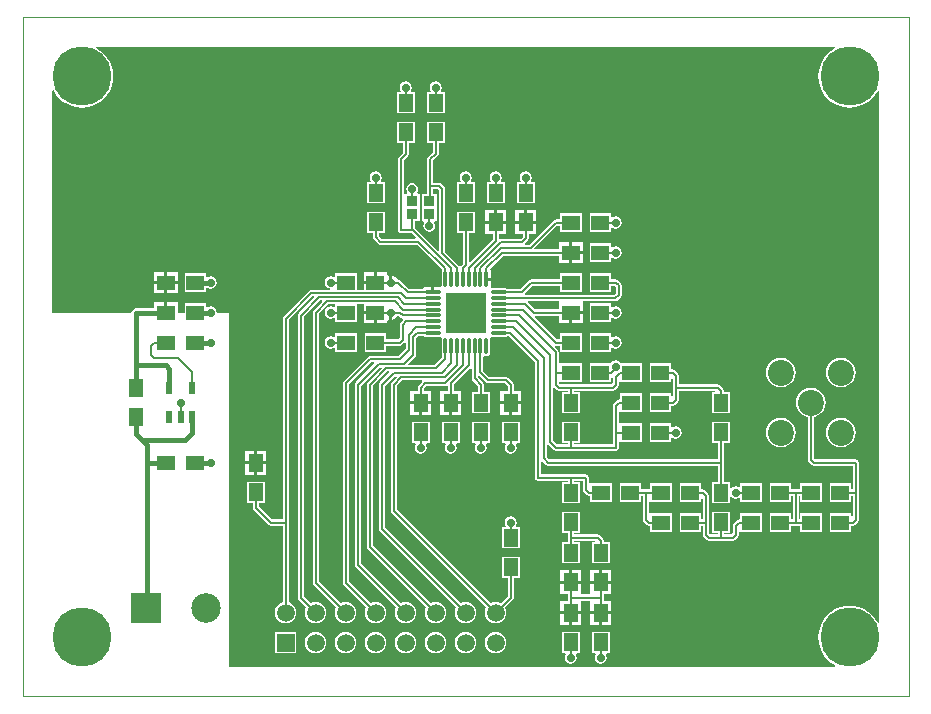
<source format=gtl>
%FSLAX25Y25*%
%MOIN*%
G70*
G01*
G75*
G04 Layer_Physical_Order=1*
G04 Layer_Color=255*
%ADD10R,0.05906X0.04921*%
%ADD11R,0.04921X0.05906*%
%ADD12R,0.03740X0.03347*%
%ADD13O,0.01102X0.05906*%
%ADD14O,0.05906X0.01102*%
%ADD15R,0.13583X0.13583*%
%ADD16R,0.02362X0.04134*%
%ADD17C,0.00787*%
%ADD18C,0.01575*%
%ADD19C,0.00394*%
%ADD20C,0.08661*%
%ADD21C,0.05906*%
%ADD22R,0.05906X0.05906*%
%ADD23C,0.19685*%
%ADD24C,0.09843*%
%ADD25R,0.09843X0.09843*%
%ADD26C,0.02756*%
G36*
X123247Y88092D02*
X123198Y88072D01*
X121797Y87213D01*
X120547Y86146D01*
X119480Y84896D01*
X118621Y83495D01*
X117992Y81977D01*
X117608Y80379D01*
X117480Y78740D01*
X117608Y77102D01*
X117992Y75504D01*
X118621Y73985D01*
X119480Y72584D01*
X120547Y71334D01*
X121797Y70267D01*
X123198Y69408D01*
X124716Y68779D01*
X126314Y68396D01*
X127953Y68267D01*
X129591Y68396D01*
X131189Y68779D01*
X132708Y69408D01*
X134109Y70267D01*
X135359Y71334D01*
X136426Y72584D01*
X137285Y73985D01*
X137305Y74035D01*
X137795Y73937D01*
Y-103465D01*
X137305Y-103562D01*
X137285Y-103513D01*
X136426Y-102112D01*
X135359Y-100862D01*
X134109Y-99795D01*
X132708Y-98936D01*
X131189Y-98307D01*
X129591Y-97923D01*
X127953Y-97795D01*
X126314Y-97923D01*
X124716Y-98307D01*
X123198Y-98936D01*
X121797Y-99795D01*
X120547Y-100862D01*
X119480Y-102112D01*
X118621Y-103513D01*
X117992Y-105031D01*
X117608Y-106629D01*
X117480Y-108268D01*
X117608Y-109906D01*
X117992Y-111504D01*
X118621Y-113022D01*
X119480Y-114424D01*
X120547Y-115673D01*
X121797Y-116741D01*
X123198Y-117599D01*
X123247Y-117620D01*
X123150Y-118110D01*
X-78740D01*
Y0D01*
X-82985D01*
X-83138Y771D01*
X-83575Y1425D01*
X-84229Y1862D01*
X-85000Y2015D01*
X-85771Y1862D01*
X-86028Y1690D01*
X-86528Y1958D01*
Y3059D01*
X-93630D01*
Y0D01*
X-95969D01*
Y3461D01*
X-99421D01*
Y0D01*
X-100421D01*
Y3461D01*
X-103874D01*
Y1413D01*
X-110000D01*
X-110541Y1305D01*
X-110999Y999D01*
X-111305Y541D01*
X-111413Y0D01*
X-137795D01*
Y19685D01*
Y73937D01*
X-137305Y74035D01*
X-137285Y73985D01*
X-136426Y72584D01*
X-135359Y71334D01*
X-134109Y70267D01*
X-132708Y69408D01*
X-131189Y68779D01*
X-129591Y68396D01*
X-127953Y68267D01*
X-126314Y68396D01*
X-124716Y68779D01*
X-123198Y69408D01*
X-121797Y70267D01*
X-120547Y71334D01*
X-119480Y72584D01*
X-118621Y73985D01*
X-117992Y75504D01*
X-117608Y77102D01*
X-117480Y78740D01*
X-117608Y80379D01*
X-117992Y81977D01*
X-118621Y83495D01*
X-119480Y84896D01*
X-120547Y86146D01*
X-121797Y87213D01*
X-123198Y88072D01*
X-123247Y88092D01*
X-123150Y88583D01*
X123150D01*
X123247Y88092D01*
D02*
G37*
%LPC*%
G36*
X115000Y-25029D02*
X113714Y-25198D01*
X112514Y-25695D01*
X111485Y-26485D01*
X110695Y-27514D01*
X110198Y-28714D01*
X110029Y-30000D01*
X110198Y-31287D01*
X110695Y-32486D01*
X111485Y-33516D01*
X112514Y-34306D01*
X113714Y-34803D01*
X113988Y-34839D01*
Y-49000D01*
X114065Y-49387D01*
X114285Y-49715D01*
X115285Y-50715D01*
X115613Y-50935D01*
X116000Y-51012D01*
X128988D01*
Y-58988D01*
X128472D01*
Y-56941D01*
X121370D01*
Y-63059D01*
X128472D01*
Y-61012D01*
X128988D01*
Y-68062D01*
X128972Y-68073D01*
X128472Y-67806D01*
Y-66941D01*
X121370D01*
Y-73059D01*
X128472D01*
Y-71012D01*
X129000D01*
X129387Y-70935D01*
X129715Y-70715D01*
X130715Y-69715D01*
X130935Y-69387D01*
X131012Y-69000D01*
Y-60000D01*
Y-50000D01*
X130935Y-49613D01*
X130715Y-49285D01*
X130387Y-49065D01*
X130000Y-48988D01*
X116419D01*
X116012Y-48581D01*
Y-34839D01*
X116287Y-34803D01*
X117486Y-34306D01*
X118516Y-33516D01*
X119306Y-32486D01*
X119803Y-31287D01*
X119972Y-30000D01*
X119803Y-28714D01*
X119306Y-27514D01*
X118516Y-26485D01*
X117486Y-25695D01*
X116287Y-25198D01*
X115000Y-25029D01*
D02*
G37*
G36*
X118630Y-56941D02*
X111528D01*
Y-58988D01*
X108472D01*
Y-56941D01*
X101370D01*
Y-63059D01*
X108472D01*
Y-61012D01*
X108988D01*
Y-68988D01*
X108472D01*
Y-66941D01*
X101370D01*
Y-73059D01*
X108472D01*
Y-71012D01*
X111528D01*
Y-73059D01*
X118630D01*
Y-66941D01*
X111528D01*
Y-68988D01*
X111012D01*
Y-61012D01*
X111528D01*
Y-63059D01*
X118630D01*
Y-56941D01*
D02*
G37*
G36*
X-66539Y-50579D02*
X-69500D01*
Y-54031D01*
X-66539D01*
Y-50579D01*
D02*
G37*
G36*
X-70500D02*
X-73461D01*
Y-54031D01*
X-70500D01*
Y-50579D01*
D02*
G37*
G36*
X68630Y-56941D02*
X61528D01*
Y-58988D01*
X58472D01*
Y-56941D01*
X51370D01*
Y-63059D01*
X58472D01*
Y-61012D01*
X58988D01*
Y-69000D01*
X59065Y-69387D01*
X59285Y-69715D01*
X60285Y-70715D01*
X60613Y-70935D01*
X61000Y-71012D01*
X61528D01*
Y-73059D01*
X68630D01*
Y-66941D01*
X61528D01*
Y-67806D01*
X61028Y-68073D01*
X61012Y-68062D01*
Y-61012D01*
X61528D01*
Y-63059D01*
X68630D01*
Y-56941D01*
D02*
G37*
G36*
X38059Y-66370D02*
X31941D01*
Y-73472D01*
X33988D01*
Y-75000D01*
Y-76528D01*
X31941D01*
Y-83630D01*
X38059D01*
Y-76528D01*
X36012D01*
Y-76012D01*
X43062D01*
X43073Y-76028D01*
X42806Y-76528D01*
X41941D01*
Y-83630D01*
X48059D01*
Y-76528D01*
X46012D01*
Y-76000D01*
X45935Y-75613D01*
X45715Y-75285D01*
X44715Y-74285D01*
X44387Y-74065D01*
X44000Y-73988D01*
X36012D01*
Y-73472D01*
X38059D01*
Y-66370D01*
D02*
G37*
G36*
X48461Y-85969D02*
X45500D01*
Y-89421D01*
X48461D01*
Y-85969D01*
D02*
G37*
G36*
X78472Y-56941D02*
X71370D01*
Y-63059D01*
X78472D01*
Y-62194D01*
X78972Y-61927D01*
X78988Y-61938D01*
Y-68988D01*
X78472D01*
Y-66941D01*
X71370D01*
Y-73059D01*
X78472D01*
Y-71012D01*
X78988D01*
Y-74000D01*
X79065Y-74387D01*
X79285Y-74715D01*
X80285Y-75715D01*
X80613Y-75935D01*
X81000Y-76012D01*
X89000D01*
X89387Y-75935D01*
X89715Y-75715D01*
X90715Y-74715D01*
X90935Y-74387D01*
X91012Y-74000D01*
Y-71938D01*
X91028Y-71927D01*
X91528Y-72194D01*
Y-73059D01*
X98630D01*
Y-66941D01*
X91528D01*
Y-68988D01*
X91000D01*
X90613Y-69065D01*
X90285Y-69285D01*
X89285Y-70285D01*
X89065Y-70613D01*
X88988Y-71000D01*
Y-73581D01*
X88581Y-73988D01*
X86012D01*
Y-73472D01*
X88059D01*
Y-66370D01*
X81941D01*
Y-73472D01*
X83988D01*
Y-73988D01*
X81419D01*
X81012Y-73581D01*
Y-70000D01*
Y-61000D01*
X80935Y-60613D01*
X80715Y-60285D01*
X79715Y-59285D01*
X79387Y-59065D01*
X79000Y-58988D01*
X78472D01*
Y-56941D01*
D02*
G37*
G36*
X15000Y-67985D02*
X14229Y-68138D01*
X13575Y-68575D01*
X13138Y-69229D01*
X12985Y-70000D01*
X13138Y-70771D01*
X13310Y-71028D01*
X13042Y-71528D01*
X11941D01*
Y-78630D01*
X18059D01*
Y-71528D01*
X16958D01*
X16690Y-71028D01*
X16862Y-70771D01*
X17015Y-70000D01*
X16862Y-69229D01*
X16425Y-68575D01*
X15771Y-68138D01*
X15000Y-67985D01*
D02*
G37*
G36*
X105000Y-35028D02*
X103713Y-35198D01*
X102514Y-35694D01*
X101485Y-36485D01*
X100694Y-37514D01*
X100198Y-38713D01*
X100028Y-40000D01*
X100198Y-41287D01*
X100694Y-42486D01*
X101485Y-43516D01*
X102514Y-44306D01*
X103713Y-44802D01*
X105000Y-44972D01*
X106287Y-44802D01*
X107486Y-44306D01*
X108516Y-43516D01*
X109306Y-42486D01*
X109802Y-41287D01*
X109972Y-40000D01*
X109802Y-38713D01*
X109306Y-37514D01*
X108516Y-36485D01*
X107486Y-35694D01*
X106287Y-35198D01*
X105000Y-35028D01*
D02*
G37*
G36*
X18059Y-36370D02*
X11941D01*
Y-43472D01*
X13042D01*
X13310Y-43972D01*
X13138Y-44229D01*
X12985Y-45000D01*
X13138Y-45771D01*
X13575Y-46425D01*
X14229Y-46862D01*
X15000Y-47015D01*
X15771Y-46862D01*
X16425Y-46425D01*
X16862Y-45771D01*
X17015Y-45000D01*
X16862Y-44229D01*
X16690Y-43972D01*
X16958Y-43472D01*
X18059D01*
Y-36370D01*
D02*
G37*
G36*
X68472Y-36941D02*
X61370D01*
Y-43059D01*
X68472D01*
Y-41958D01*
X68972Y-41690D01*
X69229Y-41862D01*
X70000Y-42015D01*
X70771Y-41862D01*
X71425Y-41425D01*
X71862Y-40771D01*
X72015Y-40000D01*
X71862Y-39229D01*
X71425Y-38575D01*
X70771Y-38138D01*
X70000Y-37985D01*
X69229Y-38138D01*
X68972Y-38310D01*
X68472Y-38042D01*
Y-36941D01*
D02*
G37*
G36*
X125000Y-35028D02*
X123713Y-35198D01*
X122514Y-35694D01*
X121484Y-36485D01*
X120694Y-37514D01*
X120198Y-38713D01*
X120028Y-40000D01*
X120198Y-41287D01*
X120694Y-42486D01*
X121484Y-43516D01*
X122514Y-44306D01*
X123713Y-44802D01*
X125000Y-44972D01*
X126287Y-44802D01*
X127486Y-44306D01*
X128516Y-43516D01*
X129306Y-42486D01*
X129802Y-41287D01*
X129972Y-40000D01*
X129802Y-38713D01*
X129306Y-37514D01*
X128516Y-36485D01*
X127486Y-35694D01*
X126287Y-35198D01*
X125000Y-35028D01*
D02*
G37*
G36*
X8059Y-36370D02*
X1941D01*
Y-43472D01*
X3042D01*
X3310Y-43972D01*
X3138Y-44229D01*
X2985Y-45000D01*
X3138Y-45771D01*
X3575Y-46425D01*
X4229Y-46862D01*
X5000Y-47015D01*
X5771Y-46862D01*
X6425Y-46425D01*
X6862Y-45771D01*
X7015Y-45000D01*
X6862Y-44229D01*
X6690Y-43972D01*
X6958Y-43472D01*
X8059D01*
Y-36370D01*
D02*
G37*
G36*
X-66539Y-46126D02*
X-69500D01*
Y-49579D01*
X-66539D01*
Y-46126D01*
D02*
G37*
G36*
X-70500D02*
X-73461D01*
Y-49579D01*
X-70500D01*
Y-46126D01*
D02*
G37*
G36*
X-1941Y-36370D02*
X-8059D01*
Y-43472D01*
X-6958D01*
X-6690Y-43972D01*
X-6862Y-44229D01*
X-7015Y-45000D01*
X-6862Y-45771D01*
X-6425Y-46425D01*
X-5771Y-46862D01*
X-5000Y-47015D01*
X-4229Y-46862D01*
X-3575Y-46425D01*
X-3138Y-45771D01*
X-2985Y-45000D01*
X-3138Y-44229D01*
X-3310Y-43972D01*
X-3042Y-43472D01*
X-1941D01*
Y-36370D01*
D02*
G37*
G36*
X-11941D02*
X-18059D01*
Y-43472D01*
X-16958D01*
X-16690Y-43972D01*
X-16862Y-44229D01*
X-17015Y-45000D01*
X-16862Y-45771D01*
X-16425Y-46425D01*
X-15771Y-46862D01*
X-15000Y-47015D01*
X-14229Y-46862D01*
X-13575Y-46425D01*
X-13138Y-45771D01*
X-12985Y-45000D01*
X-13138Y-44229D01*
X-13310Y-43972D01*
X-13042Y-43472D01*
X-11941D01*
Y-36370D01*
D02*
G37*
G36*
X-10000Y-106418D02*
X-10927Y-106540D01*
X-11791Y-106898D01*
X-12533Y-107467D01*
X-13102Y-108209D01*
X-13460Y-109073D01*
X-13582Y-110000D01*
X-13460Y-110927D01*
X-13102Y-111791D01*
X-12533Y-112533D01*
X-11791Y-113102D01*
X-10927Y-113460D01*
X-10000Y-113582D01*
X-9073Y-113460D01*
X-8209Y-113102D01*
X-7467Y-112533D01*
X-6898Y-111791D01*
X-6540Y-110927D01*
X-6418Y-110000D01*
X-6540Y-109073D01*
X-6898Y-108209D01*
X-7467Y-107467D01*
X-8209Y-106898D01*
X-9073Y-106540D01*
X-10000Y-106418D01*
D02*
G37*
G36*
X-20000D02*
X-20927Y-106540D01*
X-21791Y-106898D01*
X-22533Y-107467D01*
X-23102Y-108209D01*
X-23460Y-109073D01*
X-23582Y-110000D01*
X-23460Y-110927D01*
X-23102Y-111791D01*
X-22533Y-112533D01*
X-21791Y-113102D01*
X-20927Y-113460D01*
X-20000Y-113582D01*
X-19073Y-113460D01*
X-18209Y-113102D01*
X-17467Y-112533D01*
X-16898Y-111791D01*
X-16540Y-110927D01*
X-16418Y-110000D01*
X-16540Y-109073D01*
X-16898Y-108209D01*
X-17467Y-107467D01*
X-18209Y-106898D01*
X-19073Y-106540D01*
X-20000Y-106418D01*
D02*
G37*
G36*
X10000D02*
X9073Y-106540D01*
X8209Y-106898D01*
X7467Y-107467D01*
X6898Y-108209D01*
X6540Y-109073D01*
X6418Y-110000D01*
X6540Y-110927D01*
X6898Y-111791D01*
X7467Y-112533D01*
X8209Y-113102D01*
X9073Y-113460D01*
X10000Y-113582D01*
X10927Y-113460D01*
X11791Y-113102D01*
X12533Y-112533D01*
X13102Y-111791D01*
X13460Y-110927D01*
X13582Y-110000D01*
X13460Y-109073D01*
X13102Y-108209D01*
X12533Y-107467D01*
X11791Y-106898D01*
X10927Y-106540D01*
X10000Y-106418D01*
D02*
G37*
G36*
X0D02*
X-927Y-106540D01*
X-1791Y-106898D01*
X-2533Y-107467D01*
X-3102Y-108209D01*
X-3460Y-109073D01*
X-3582Y-110000D01*
X-3460Y-110927D01*
X-3102Y-111791D01*
X-2533Y-112533D01*
X-1791Y-113102D01*
X-927Y-113460D01*
X0Y-113582D01*
X927Y-113460D01*
X1791Y-113102D01*
X2533Y-112533D01*
X3102Y-111791D01*
X3460Y-110927D01*
X3582Y-110000D01*
X3460Y-109073D01*
X3102Y-108209D01*
X2533Y-107467D01*
X1791Y-106898D01*
X927Y-106540D01*
X0Y-106418D01*
D02*
G37*
G36*
X-30000D02*
X-30927Y-106540D01*
X-31791Y-106898D01*
X-32533Y-107467D01*
X-33102Y-108209D01*
X-33460Y-109073D01*
X-33582Y-110000D01*
X-33460Y-110927D01*
X-33102Y-111791D01*
X-32533Y-112533D01*
X-31791Y-113102D01*
X-30927Y-113460D01*
X-30000Y-113582D01*
X-29073Y-113460D01*
X-28209Y-113102D01*
X-27467Y-112533D01*
X-26898Y-111791D01*
X-26540Y-110927D01*
X-26418Y-110000D01*
X-26540Y-109073D01*
X-26898Y-108209D01*
X-27467Y-107467D01*
X-28209Y-106898D01*
X-29073Y-106540D01*
X-30000Y-106418D01*
D02*
G37*
G36*
X48059Y-106370D02*
X41941D01*
Y-113472D01*
X43042D01*
X43310Y-113972D01*
X43138Y-114229D01*
X42985Y-115000D01*
X43138Y-115771D01*
X43575Y-116425D01*
X44229Y-116862D01*
X45000Y-117015D01*
X45771Y-116862D01*
X46425Y-116425D01*
X46862Y-115771D01*
X47015Y-115000D01*
X46862Y-114229D01*
X46690Y-113972D01*
X46958Y-113472D01*
X48059D01*
Y-106370D01*
D02*
G37*
G36*
X38059D02*
X31941D01*
Y-113472D01*
X33042D01*
X33310Y-113972D01*
X33138Y-114229D01*
X32985Y-115000D01*
X33138Y-115771D01*
X33575Y-116425D01*
X34229Y-116862D01*
X35000Y-117015D01*
X35771Y-116862D01*
X36425Y-116425D01*
X36862Y-115771D01*
X37015Y-115000D01*
X36862Y-114229D01*
X36690Y-113972D01*
X36958Y-113472D01*
X38059D01*
Y-106370D01*
D02*
G37*
G36*
X-40000Y-106418D02*
X-40927Y-106540D01*
X-41791Y-106898D01*
X-42533Y-107467D01*
X-43102Y-108209D01*
X-43460Y-109073D01*
X-43582Y-110000D01*
X-43460Y-110927D01*
X-43102Y-111791D01*
X-42533Y-112533D01*
X-41791Y-113102D01*
X-40927Y-113460D01*
X-40000Y-113582D01*
X-39073Y-113460D01*
X-38209Y-113102D01*
X-37467Y-112533D01*
X-36898Y-111791D01*
X-36540Y-110927D01*
X-36418Y-110000D01*
X-36540Y-109073D01*
X-36898Y-108209D01*
X-37467Y-107467D01*
X-38209Y-106898D01*
X-39073Y-106540D01*
X-40000Y-106418D01*
D02*
G37*
G36*
X-50000D02*
X-50927Y-106540D01*
X-51791Y-106898D01*
X-52533Y-107467D01*
X-53102Y-108209D01*
X-53460Y-109073D01*
X-53582Y-110000D01*
X-53460Y-110927D01*
X-53102Y-111791D01*
X-52533Y-112533D01*
X-51791Y-113102D01*
X-50927Y-113460D01*
X-50000Y-113582D01*
X-49073Y-113460D01*
X-48209Y-113102D01*
X-47467Y-112533D01*
X-46898Y-111791D01*
X-46540Y-110927D01*
X-46418Y-110000D01*
X-46540Y-109073D01*
X-46898Y-108209D01*
X-47467Y-107467D01*
X-48209Y-106898D01*
X-49073Y-106540D01*
X-50000Y-106418D01*
D02*
G37*
G36*
X34500Y-85969D02*
X31539D01*
Y-89421D01*
X34500D01*
Y-85969D01*
D02*
G37*
G36*
X48461Y-90421D02*
X41539D01*
Y-93874D01*
X41087Y-93988D01*
X38913D01*
X38461Y-93874D01*
Y-90421D01*
X31539D01*
Y-93874D01*
X33988D01*
Y-95000D01*
Y-96126D01*
X31539D01*
Y-99579D01*
X38461D01*
Y-96126D01*
X38913Y-96012D01*
X41087D01*
X41539Y-96126D01*
Y-99579D01*
X48461D01*
Y-96126D01*
X46012D01*
Y-95000D01*
Y-93874D01*
X48461D01*
Y-90421D01*
D02*
G37*
G36*
X44500Y-85969D02*
X41539D01*
Y-89421D01*
X44500D01*
Y-85969D01*
D02*
G37*
G36*
X38461D02*
X35500D01*
Y-89421D01*
X38461D01*
Y-85969D01*
D02*
G37*
G36*
X48461Y-100579D02*
X45500D01*
Y-104032D01*
X48461D01*
Y-100579D01*
D02*
G37*
G36*
X34500D02*
X31539D01*
Y-104032D01*
X34500D01*
Y-100579D01*
D02*
G37*
G36*
X-56449Y-106449D02*
X-63551D01*
Y-113551D01*
X-56449D01*
Y-106449D01*
D02*
G37*
G36*
X44500Y-100579D02*
X41539D01*
Y-104032D01*
X44500D01*
Y-100579D01*
D02*
G37*
G36*
X38461D02*
X35500D01*
Y-104032D01*
X38461D01*
Y-100579D01*
D02*
G37*
G36*
X-15500Y-30579D02*
X-18461D01*
Y-34032D01*
X-15500D01*
Y-30579D01*
D02*
G37*
G36*
X-6941Y63630D02*
X-13059D01*
Y56528D01*
X-11012D01*
Y53411D01*
X-12526Y51896D01*
X-12746Y51568D01*
X-12823Y51181D01*
Y42323D01*
Y39535D01*
X-14614D01*
Y34992D01*
Y30465D01*
X-14064D01*
X-13797Y29965D01*
X-14007Y29649D01*
X-14161Y28878D01*
X-14007Y28107D01*
X-13571Y27453D01*
X-12917Y27016D01*
X-12146Y26863D01*
X-11374Y27016D01*
X-10721Y27453D01*
X-10284Y28107D01*
X-10131Y28878D01*
X-10284Y29649D01*
X-10495Y29965D01*
X-10227Y30465D01*
X-9677D01*
Y34992D01*
Y39535D01*
X-10800D01*
Y41311D01*
X-9277D01*
X-8886Y40920D01*
Y20812D01*
X-9347Y20621D01*
X-16843Y28116D01*
Y30465D01*
X-15386D01*
Y34992D01*
Y39535D01*
X-15989D01*
X-16256Y40035D01*
X-15993Y40430D01*
X-15839Y41201D01*
X-15993Y41972D01*
X-16429Y42626D01*
X-17083Y43062D01*
X-17854Y43216D01*
X-18625Y43062D01*
X-19279Y42626D01*
X-19716Y41972D01*
X-19869Y41201D01*
X-19716Y40430D01*
X-19453Y40035D01*
X-19720Y39535D01*
X-20323D01*
X-20642Y39903D01*
Y50762D01*
X-19285Y52119D01*
X-19065Y52447D01*
X-18988Y52835D01*
Y56528D01*
X-16941D01*
Y63630D01*
X-23059D01*
Y56528D01*
X-21012D01*
Y53254D01*
X-22369Y51896D01*
X-22588Y51568D01*
X-22665Y51181D01*
Y27559D01*
X-22588Y27172D01*
X-22369Y26844D01*
X-22041Y26625D01*
X-21654Y26548D01*
X-18136D01*
X-16684Y25096D01*
X-16875Y24634D01*
X-28124D01*
X-28988Y25498D01*
Y26528D01*
X-26941D01*
Y33630D01*
X-33059D01*
Y26528D01*
X-31012D01*
Y25079D01*
X-30935Y24692D01*
X-30715Y24363D01*
X-29259Y22907D01*
X-28930Y22688D01*
X-28543Y22611D01*
X-16167D01*
X-7901Y14345D01*
Y13981D01*
X-7973Y13874D01*
X-8062Y13425D01*
Y8870D01*
X-8446Y8487D01*
X-8538Y8455D01*
X-8622Y8471D01*
X-10524D01*
Y6890D01*
X-11524D01*
Y8471D01*
X-13425D01*
X-14030Y8351D01*
X-14544Y8008D01*
X-14615Y7901D01*
X-18971D01*
X-21785Y10715D01*
X-22113Y10935D01*
X-22500Y11012D01*
X-22816D01*
X-23286Y11714D01*
X-24072Y12240D01*
X-24500Y12325D01*
Y10000D01*
X-25500D01*
Y12325D01*
X-25626Y12300D01*
X-26126Y12663D01*
Y13461D01*
X-29579D01*
Y10000D01*
X-30079D01*
Y9500D01*
X-34032D01*
Y7512D01*
X-36370D01*
Y13059D01*
X-43472D01*
Y11958D01*
X-43972Y11690D01*
X-44229Y11862D01*
X-45000Y12015D01*
X-45771Y11862D01*
X-46425Y11425D01*
X-46862Y10771D01*
X-47015Y10000D01*
X-46862Y9229D01*
X-46425Y8575D01*
X-45771Y8138D01*
X-45353Y8055D01*
X-45331Y7994D01*
X-45291Y7533D01*
X-45302Y7525D01*
X-45302D01*
X-45319Y7512D01*
X-51500D01*
X-51500Y7512D01*
X-51887Y7435D01*
X-52215Y7215D01*
X-52215Y7215D01*
X-60715Y-1285D01*
X-60935Y-1613D01*
X-61012Y-2000D01*
Y-68988D01*
X-64581D01*
X-68988Y-64581D01*
Y-63472D01*
X-66941D01*
Y-56370D01*
X-73059D01*
Y-63472D01*
X-71012D01*
Y-65000D01*
X-70935Y-65387D01*
X-70715Y-65715D01*
X-65715Y-70715D01*
X-65387Y-70935D01*
X-65000Y-71012D01*
X-61012D01*
Y-96575D01*
X-61791Y-96898D01*
X-62533Y-97467D01*
X-63102Y-98209D01*
X-63460Y-99073D01*
X-63582Y-100000D01*
X-63460Y-100927D01*
X-63102Y-101791D01*
X-62533Y-102533D01*
X-61791Y-103102D01*
X-60927Y-103460D01*
X-60000Y-103582D01*
X-59073Y-103460D01*
X-58209Y-103102D01*
X-57467Y-102533D01*
X-56898Y-101791D01*
X-56540Y-100927D01*
X-56418Y-100000D01*
X-56540Y-99073D01*
X-56898Y-98209D01*
X-57467Y-97467D01*
X-58209Y-96898D01*
X-58988Y-96575D01*
Y-70000D01*
Y-2419D01*
X-51081Y5488D01*
X-50595D01*
X-50404Y5026D01*
X-55715Y-285D01*
X-55935Y-613D01*
X-56012Y-1000D01*
Y-95000D01*
X-55935Y-95387D01*
X-55715Y-95715D01*
X-53137Y-98294D01*
X-53460Y-99073D01*
X-53582Y-100000D01*
X-53460Y-100927D01*
X-53102Y-101791D01*
X-52533Y-102533D01*
X-51791Y-103102D01*
X-50927Y-103460D01*
X-50000Y-103582D01*
X-49073Y-103460D01*
X-48209Y-103102D01*
X-47467Y-102533D01*
X-46898Y-101791D01*
X-46540Y-100927D01*
X-46418Y-100000D01*
X-46540Y-99073D01*
X-46898Y-98209D01*
X-47467Y-97467D01*
X-48209Y-96898D01*
X-49073Y-96540D01*
X-50000Y-96418D01*
X-50927Y-96540D01*
X-51706Y-96863D01*
X-53988Y-94581D01*
Y-1419D01*
X-48468Y4101D01*
X-47983D01*
X-47791Y3639D01*
X-50715Y715D01*
X-50935Y387D01*
X-51012Y0D01*
Y-90000D01*
X-50935Y-90387D01*
X-50715Y-90715D01*
X-43137Y-98294D01*
X-43460Y-99073D01*
X-43582Y-100000D01*
X-43460Y-100927D01*
X-43102Y-101791D01*
X-42533Y-102533D01*
X-41791Y-103102D01*
X-40927Y-103460D01*
X-40000Y-103582D01*
X-39073Y-103460D01*
X-38209Y-103102D01*
X-37467Y-102533D01*
X-36898Y-101791D01*
X-36540Y-100927D01*
X-36418Y-100000D01*
X-36540Y-99073D01*
X-36898Y-98209D01*
X-37467Y-97467D01*
X-38209Y-96898D01*
X-39073Y-96540D01*
X-40000Y-96418D01*
X-40927Y-96540D01*
X-41706Y-96863D01*
X-48988Y-89581D01*
Y-419D01*
X-45856Y2714D01*
X-43472D01*
Y1958D01*
X-43972Y1690D01*
X-44229Y1862D01*
X-45000Y2015D01*
X-45771Y1862D01*
X-46425Y1425D01*
X-46862Y771D01*
X-47015Y0D01*
X-46862Y-771D01*
X-46425Y-1425D01*
X-45771Y-1862D01*
X-45000Y-2015D01*
X-44229Y-1862D01*
X-43972Y-1690D01*
X-43472Y-1958D01*
Y-3059D01*
X-36370D01*
Y2714D01*
X-34032D01*
Y500D01*
X-30079D01*
Y0D01*
X-29579D01*
Y-3461D01*
X-26126D01*
Y-2663D01*
X-25626Y-2300D01*
X-25500Y-2325D01*
Y0D01*
X-24500D01*
Y-2325D01*
X-24072Y-2240D01*
X-23286Y-1714D01*
X-22880Y-1107D01*
X-22357Y-1073D01*
X-21731Y-1699D01*
X-21403Y-1919D01*
X-21114Y-1976D01*
X-20971Y-2243D01*
X-20926Y-2496D01*
X-21715Y-3285D01*
X-21935Y-3613D01*
X-22012Y-4000D01*
Y-8581D01*
X-22419Y-8988D01*
X-26528D01*
Y-6941D01*
X-33630D01*
Y-13059D01*
X-26528D01*
Y-11012D01*
X-22000D01*
X-21613Y-10935D01*
X-21285Y-10715D01*
X-20512Y-9942D01*
X-20012Y-10149D01*
Y-12081D01*
X-22419Y-14488D01*
X-32000D01*
X-32387Y-14565D01*
X-32715Y-14785D01*
X-40715Y-22785D01*
X-40935Y-23113D01*
X-41012Y-23500D01*
Y-90000D01*
X-40935Y-90387D01*
X-40715Y-90715D01*
X-33137Y-98294D01*
X-33460Y-99073D01*
X-33582Y-100000D01*
X-33460Y-100927D01*
X-33102Y-101791D01*
X-32533Y-102533D01*
X-31791Y-103102D01*
X-30927Y-103460D01*
X-30000Y-103582D01*
X-29073Y-103460D01*
X-28209Y-103102D01*
X-27467Y-102533D01*
X-26898Y-101791D01*
X-26540Y-100927D01*
X-26418Y-100000D01*
X-26540Y-99073D01*
X-26898Y-98209D01*
X-27467Y-97467D01*
X-28209Y-96898D01*
X-29073Y-96540D01*
X-30000Y-96418D01*
X-30927Y-96540D01*
X-31706Y-96863D01*
X-38988Y-89581D01*
Y-23919D01*
X-31581Y-16512D01*
X-30595D01*
X-30404Y-16973D01*
X-36715Y-23285D01*
X-36935Y-23613D01*
X-37012Y-24000D01*
Y-84000D01*
X-36935Y-84387D01*
X-36715Y-84715D01*
X-23137Y-98294D01*
X-23460Y-99073D01*
X-23582Y-100000D01*
X-23460Y-100927D01*
X-23102Y-101791D01*
X-22533Y-102533D01*
X-21791Y-103102D01*
X-20927Y-103460D01*
X-20000Y-103582D01*
X-19073Y-103460D01*
X-18209Y-103102D01*
X-17467Y-102533D01*
X-16898Y-101791D01*
X-16540Y-100927D01*
X-16418Y-100000D01*
X-16540Y-99073D01*
X-16898Y-98209D01*
X-17467Y-97467D01*
X-18209Y-96898D01*
X-19073Y-96540D01*
X-20000Y-96418D01*
X-20927Y-96540D01*
X-21706Y-96863D01*
X-34988Y-83581D01*
Y-24419D01*
X-28581Y-18012D01*
X-28095D01*
X-27904Y-18474D01*
X-32715Y-23285D01*
X-32935Y-23613D01*
X-33012Y-24000D01*
Y-78000D01*
X-32935Y-78387D01*
X-32715Y-78715D01*
X-13137Y-98294D01*
X-13460Y-99073D01*
X-13582Y-100000D01*
X-13460Y-100927D01*
X-13102Y-101791D01*
X-12533Y-102533D01*
X-11791Y-103102D01*
X-10927Y-103460D01*
X-10000Y-103582D01*
X-9073Y-103460D01*
X-8209Y-103102D01*
X-7467Y-102533D01*
X-6898Y-101791D01*
X-6540Y-100927D01*
X-6418Y-100000D01*
X-6540Y-99073D01*
X-6898Y-98209D01*
X-7467Y-97467D01*
X-8209Y-96898D01*
X-9073Y-96540D01*
X-10000Y-96418D01*
X-10927Y-96540D01*
X-11706Y-96863D01*
X-30988Y-77581D01*
Y-24419D01*
X-26081Y-19512D01*
X-25595D01*
X-25404Y-19974D01*
X-28715Y-23285D01*
X-28935Y-23613D01*
X-29012Y-24000D01*
Y-72000D01*
X-28935Y-72387D01*
X-28715Y-72715D01*
X-3137Y-98294D01*
X-3460Y-99073D01*
X-3582Y-100000D01*
X-3460Y-100927D01*
X-3102Y-101791D01*
X-2533Y-102533D01*
X-1791Y-103102D01*
X-927Y-103460D01*
X0Y-103582D01*
X927Y-103460D01*
X1791Y-103102D01*
X2533Y-102533D01*
X3102Y-101791D01*
X3460Y-100927D01*
X3582Y-100000D01*
X3460Y-99073D01*
X3102Y-98209D01*
X2533Y-97467D01*
X1791Y-96898D01*
X927Y-96540D01*
X0Y-96418D01*
X-927Y-96540D01*
X-1706Y-96863D01*
X-26988Y-71581D01*
Y-24419D01*
X-23581Y-21012D01*
X-23095D01*
X-22904Y-21474D01*
X-24715Y-23285D01*
X-24935Y-23613D01*
X-25012Y-24000D01*
Y-66000D01*
X-24935Y-66387D01*
X-24715Y-66715D01*
X6863Y-98294D01*
X6540Y-99073D01*
X6418Y-100000D01*
X6540Y-100927D01*
X6898Y-101791D01*
X7467Y-102533D01*
X8209Y-103102D01*
X9073Y-103460D01*
X10000Y-103582D01*
X10927Y-103460D01*
X11791Y-103102D01*
X12533Y-102533D01*
X13102Y-101791D01*
X13460Y-100927D01*
X13582Y-100000D01*
X13460Y-99073D01*
X13137Y-98294D01*
X15715Y-95715D01*
X15935Y-95387D01*
X16012Y-95000D01*
Y-88472D01*
X18059D01*
Y-81370D01*
X11941D01*
Y-88472D01*
X13988D01*
Y-94581D01*
X11706Y-96863D01*
X10927Y-96540D01*
X10000Y-96418D01*
X9073Y-96540D01*
X8294Y-96863D01*
X-22988Y-65581D01*
Y-24419D01*
X-21081Y-22512D01*
X-14649D01*
X-14442Y-23012D01*
X-15715Y-24285D01*
X-15935Y-24613D01*
X-16012Y-25000D01*
Y-26126D01*
X-18461D01*
Y-29579D01*
X-11539D01*
Y-26126D01*
X-13988D01*
Y-25419D01*
X-13081Y-24512D01*
X-7000D01*
X-6613Y-24435D01*
X-6512Y-24367D01*
X-6012Y-24634D01*
Y-26126D01*
X-8461D01*
Y-29579D01*
X-1539D01*
Y-26126D01*
X-3988D01*
Y-23919D01*
X1441Y-18489D01*
X1941Y-18697D01*
Y-21953D01*
X2018Y-22340D01*
X2238Y-22668D01*
X3988Y-24419D01*
Y-26528D01*
X1941D01*
Y-33630D01*
X8059D01*
Y-26528D01*
X6012D01*
Y-24000D01*
X5935Y-23613D01*
X5847Y-23481D01*
X5715Y-23285D01*
X5715Y-23285D01*
X3994Y-21564D01*
X4045Y-21089D01*
X4483Y-20913D01*
X6785Y-23215D01*
X7113Y-23435D01*
X7500Y-23512D01*
X13081D01*
X13988Y-24419D01*
Y-26126D01*
X11539D01*
Y-29579D01*
X18461D01*
Y-26126D01*
X16012D01*
Y-24000D01*
X15935Y-23613D01*
X15715Y-23285D01*
X14215Y-21785D01*
X13887Y-21565D01*
X13500Y-21488D01*
X7919D01*
X5933Y-19502D01*
Y-14770D01*
X6332Y-14485D01*
X6390Y-14474D01*
X6441Y-14508D01*
X6890Y-14597D01*
X7338Y-14508D01*
X7719Y-14254D01*
X7973Y-13874D01*
X8062Y-13425D01*
Y-8622D01*
X8023Y-8428D01*
X8428Y-8023D01*
X8622Y-8062D01*
X13425D01*
X13874Y-7973D01*
X13981Y-7901D01*
X14345D01*
X22988Y-16545D01*
Y-55000D01*
X23065Y-55387D01*
X23285Y-55715D01*
X23613Y-55935D01*
X24000Y-56012D01*
X33988D01*
Y-56528D01*
X31941D01*
Y-63630D01*
X38059D01*
Y-56528D01*
X36012D01*
Y-56012D01*
X38988D01*
Y-59000D01*
X39065Y-59387D01*
X39285Y-59715D01*
X40285Y-60715D01*
X40613Y-60935D01*
X41000Y-61012D01*
X41528D01*
Y-63059D01*
X48630D01*
Y-56941D01*
X41528D01*
Y-57806D01*
X41028Y-58073D01*
X41012Y-58062D01*
Y-55000D01*
X40935Y-54613D01*
X40715Y-54285D01*
X40387Y-54065D01*
X40000Y-53988D01*
X25012D01*
Y-49649D01*
X25512Y-49442D01*
X26785Y-50715D01*
X27113Y-50935D01*
X27500Y-51012D01*
X83988D01*
Y-56528D01*
X81941D01*
Y-63630D01*
X88059D01*
Y-61553D01*
X88559Y-61401D01*
X88575Y-61425D01*
X89229Y-61862D01*
X90000Y-62015D01*
X90771Y-61862D01*
X91028Y-61690D01*
X91528Y-61958D01*
Y-63059D01*
X98630D01*
Y-56941D01*
X91528D01*
Y-58042D01*
X91028Y-58310D01*
X90771Y-58138D01*
X90000Y-57985D01*
X89229Y-58138D01*
X88575Y-58575D01*
X88559Y-58599D01*
X88059Y-58447D01*
Y-56528D01*
X86012D01*
Y-50000D01*
Y-43472D01*
X88059D01*
Y-36370D01*
X81941D01*
Y-43472D01*
X83988D01*
Y-48988D01*
X27919D01*
X27012Y-48081D01*
Y-44149D01*
X27512Y-43942D01*
X29285Y-45715D01*
X29613Y-45935D01*
X30000Y-46012D01*
X50000D01*
X50387Y-45935D01*
X50715Y-45715D01*
X50935Y-45387D01*
X51012Y-45000D01*
Y-41012D01*
X51528D01*
Y-43059D01*
X58630D01*
Y-36941D01*
X51528D01*
Y-38988D01*
X51012D01*
Y-31938D01*
X51028Y-31927D01*
X51528Y-32194D01*
Y-33059D01*
X58630D01*
Y-26941D01*
X51528D01*
Y-28988D01*
X51000D01*
X50613Y-29065D01*
X50285Y-29285D01*
X49285Y-30285D01*
X49065Y-30613D01*
X48988Y-31000D01*
Y-43988D01*
X36012D01*
Y-43472D01*
X38059D01*
Y-36370D01*
X31941D01*
Y-43472D01*
X33988D01*
Y-43988D01*
X30419D01*
X29012Y-42581D01*
Y-25149D01*
X29512Y-24942D01*
X30285Y-25715D01*
X30613Y-25935D01*
X31000Y-26012D01*
X33988D01*
Y-26528D01*
X31941D01*
Y-33630D01*
X38059D01*
Y-26528D01*
X36012D01*
Y-26012D01*
X49000D01*
X49387Y-25935D01*
X49715Y-25715D01*
X50715Y-24715D01*
X50935Y-24387D01*
X51012Y-24000D01*
Y-22384D01*
X51028Y-22373D01*
X51528Y-22640D01*
Y-23059D01*
X58630D01*
Y-16941D01*
X51669D01*
X51425Y-16575D01*
X50771Y-16138D01*
X50000Y-15985D01*
X49229Y-16138D01*
X48575Y-16575D01*
X48331Y-16941D01*
X41370D01*
Y-23059D01*
X48472D01*
Y-21584D01*
X48488Y-21577D01*
X48988Y-21911D01*
Y-23581D01*
X48581Y-23988D01*
X31419D01*
X31012Y-23581D01*
Y-21012D01*
X31528D01*
Y-23059D01*
X38630D01*
Y-16941D01*
X31528D01*
Y-18988D01*
X31012D01*
Y-13268D01*
X31012Y-13268D01*
X30935Y-12881D01*
X30715Y-12552D01*
X30715Y-12552D01*
X29606Y-11443D01*
X29852Y-10982D01*
X30000Y-11012D01*
X30000Y-11012D01*
X31528D01*
Y-13059D01*
X38630D01*
Y-6941D01*
X31528D01*
Y-8988D01*
X30419D01*
X22942Y-1512D01*
X23149Y-1012D01*
X31126D01*
Y-3461D01*
X34579D01*
Y0D01*
X35079D01*
Y500D01*
X39031D01*
Y3461D01*
X39031D01*
X39154Y3910D01*
X49921D01*
X50308Y3987D01*
X50637Y4206D01*
X51715Y5285D01*
X51935Y5613D01*
X52012Y6000D01*
Y9039D01*
X52012Y9039D01*
X51935Y9426D01*
X51715Y9755D01*
X50755Y10715D01*
X50427Y10935D01*
X50039Y11012D01*
X48472D01*
Y13059D01*
X41370D01*
Y6941D01*
X48472D01*
Y8988D01*
X49620D01*
X49988Y8620D01*
Y6419D01*
X49502Y5933D01*
X19882D01*
X19674Y6433D01*
X22230Y8988D01*
X31528D01*
Y6941D01*
X38630D01*
Y13059D01*
X31528D01*
Y11012D01*
X21811D01*
X21424Y10935D01*
X21096Y10715D01*
X18282Y7901D01*
X13981D01*
X13874Y7973D01*
X13425Y8062D01*
X8870D01*
X8487Y8446D01*
X8455Y8538D01*
X8471Y8622D01*
Y10524D01*
X6890D01*
Y11524D01*
X8471D01*
Y13425D01*
X8351Y14030D01*
X8045Y14488D01*
X12545Y18988D01*
X31126D01*
Y16539D01*
X34579D01*
Y20000D01*
Y23461D01*
X31126D01*
Y21012D01*
X23095D01*
X22904Y21474D01*
X30419Y28988D01*
X31528D01*
Y26941D01*
X38630D01*
Y33059D01*
X31528D01*
Y31012D01*
X30000D01*
X29613Y30935D01*
X29285Y30715D01*
X21235Y22665D01*
X19882D01*
X19674Y23165D01*
X20715Y24206D01*
X20935Y24534D01*
X21012Y24921D01*
Y26126D01*
X23461D01*
Y29579D01*
X16539D01*
Y26126D01*
X18988D01*
Y25340D01*
X18282Y24634D01*
X11811D01*
X11512Y24574D01*
X11184Y24746D01*
X11012Y24882D01*
Y26126D01*
X13461D01*
Y29579D01*
X6539D01*
Y26126D01*
X8988D01*
Y24198D01*
X1474Y16684D01*
X1012Y16875D01*
Y26528D01*
X3059D01*
Y33630D01*
X-3059D01*
Y26528D01*
X-1012D01*
Y16167D01*
X-1661Y15517D01*
X-1758Y15479D01*
X-2179D01*
X-2276Y15517D01*
X-6862Y20104D01*
Y41339D01*
X-6939Y41726D01*
X-7159Y42054D01*
X-8143Y43038D01*
X-8471Y43257D01*
X-8858Y43334D01*
X-10800D01*
Y50762D01*
X-9285Y52277D01*
X-9065Y52605D01*
X-8988Y52992D01*
Y56528D01*
X-6941D01*
Y63630D01*
D02*
G37*
G36*
X39031Y23461D02*
X35579D01*
Y20500D01*
X39031D01*
Y23461D01*
D02*
G37*
G36*
X9500Y34032D02*
X6539D01*
Y30579D01*
X9500D01*
Y34032D01*
D02*
G37*
G36*
X48472Y33059D02*
X41370D01*
Y26941D01*
X48472D01*
Y28042D01*
X48972Y28310D01*
X49229Y28138D01*
X50000Y27985D01*
X50771Y28138D01*
X51425Y28575D01*
X51862Y29229D01*
X52015Y30000D01*
X51862Y30771D01*
X51425Y31425D01*
X50771Y31862D01*
X50000Y32015D01*
X49229Y31862D01*
X48972Y31690D01*
X48472Y31958D01*
Y33059D01*
D02*
G37*
G36*
Y23059D02*
X41370D01*
Y16941D01*
X48472D01*
Y18042D01*
X48972Y18310D01*
X49229Y18138D01*
X50000Y17985D01*
X50771Y18138D01*
X51425Y18575D01*
X51862Y19229D01*
X52015Y20000D01*
X51862Y20771D01*
X51425Y21425D01*
X50771Y21862D01*
X50000Y22015D01*
X49229Y21862D01*
X48972Y21690D01*
X48472Y21958D01*
Y23059D01*
D02*
G37*
G36*
X-95969Y13461D02*
X-99421D01*
Y10500D01*
X-95969D01*
Y13461D01*
D02*
G37*
G36*
X-100421D02*
X-103874D01*
Y10500D01*
X-100421D01*
Y13461D01*
D02*
G37*
G36*
X39031Y19500D02*
X35579D01*
Y16539D01*
X39031D01*
Y19500D01*
D02*
G37*
G36*
X-30579Y13461D02*
X-34032D01*
Y10500D01*
X-30579D01*
Y13461D01*
D02*
G37*
G36*
X20000Y47015D02*
X19229Y46862D01*
X18575Y46425D01*
X18138Y45771D01*
X17985Y45000D01*
X18138Y44229D01*
X18310Y43972D01*
X18042Y43472D01*
X16941D01*
Y36370D01*
X23059D01*
Y43472D01*
X21958D01*
X21690Y43972D01*
X21862Y44229D01*
X22015Y45000D01*
X21862Y45771D01*
X21425Y46425D01*
X20771Y46862D01*
X20000Y47015D01*
D02*
G37*
G36*
X10000D02*
X9229Y46862D01*
X8575Y46425D01*
X8138Y45771D01*
X7985Y45000D01*
X8138Y44229D01*
X8310Y43972D01*
X8042Y43472D01*
X6941D01*
Y36370D01*
X13059D01*
Y43472D01*
X11958D01*
X11690Y43972D01*
X11862Y44229D01*
X12015Y45000D01*
X11862Y45771D01*
X11425Y46425D01*
X10771Y46862D01*
X10000Y47015D01*
D02*
G37*
G36*
X-10000Y77015D02*
X-10771Y76862D01*
X-11425Y76425D01*
X-11862Y75771D01*
X-12015Y75000D01*
X-11862Y74229D01*
X-11690Y73972D01*
X-11958Y73472D01*
X-13059D01*
Y66370D01*
X-6941D01*
Y73472D01*
X-8042D01*
X-8310Y73972D01*
X-8138Y74229D01*
X-7985Y75000D01*
X-8138Y75771D01*
X-8575Y76425D01*
X-9229Y76862D01*
X-10000Y77015D01*
D02*
G37*
G36*
X-20000D02*
X-20771Y76862D01*
X-21425Y76425D01*
X-21862Y75771D01*
X-22015Y75000D01*
X-21862Y74229D01*
X-21690Y73972D01*
X-21958Y73472D01*
X-23059D01*
Y66370D01*
X-16941D01*
Y73472D01*
X-18042D01*
X-18310Y73972D01*
X-18138Y74229D01*
X-17985Y75000D01*
X-18138Y75771D01*
X-18575Y76425D01*
X-19229Y76862D01*
X-20000Y77015D01*
D02*
G37*
G36*
X0Y47015D02*
X-771Y46862D01*
X-1425Y46425D01*
X-1862Y45771D01*
X-2015Y45000D01*
X-1862Y44229D01*
X-1690Y43972D01*
X-1958Y43472D01*
X-3059D01*
Y36370D01*
X3059D01*
Y43472D01*
X1958D01*
X1690Y43972D01*
X1862Y44229D01*
X2015Y45000D01*
X1862Y45771D01*
X1425Y46425D01*
X771Y46862D01*
X0Y47015D01*
D02*
G37*
G36*
X19500Y34032D02*
X16539D01*
Y30579D01*
X19500D01*
Y34032D01*
D02*
G37*
G36*
X13461D02*
X10500D01*
Y30579D01*
X13461D01*
Y34032D01*
D02*
G37*
G36*
X-30000Y47015D02*
X-30771Y46862D01*
X-31425Y46425D01*
X-31862Y45771D01*
X-32015Y45000D01*
X-31862Y44229D01*
X-31690Y43972D01*
X-31958Y43472D01*
X-33059D01*
Y36370D01*
X-26941D01*
Y43472D01*
X-28042D01*
X-28310Y43972D01*
X-28138Y44229D01*
X-27985Y45000D01*
X-28138Y45771D01*
X-28575Y46425D01*
X-29229Y46862D01*
X-30000Y47015D01*
D02*
G37*
G36*
X23461Y34032D02*
X20500D01*
Y30579D01*
X23461D01*
Y34032D01*
D02*
G37*
G36*
X68472Y-16941D02*
X61370D01*
Y-23059D01*
X68472D01*
Y-22194D01*
X68972Y-21927D01*
X68988Y-21938D01*
Y-25000D01*
Y-28062D01*
X68972Y-28073D01*
X68472Y-27806D01*
Y-26941D01*
X61370D01*
Y-33059D01*
X68472D01*
Y-31012D01*
X69000D01*
X69387Y-30935D01*
X69715Y-30715D01*
X70715Y-29715D01*
X70935Y-29387D01*
X71012Y-29000D01*
Y-26012D01*
X83062D01*
X83073Y-26028D01*
X82806Y-26528D01*
X81941D01*
Y-33630D01*
X88059D01*
Y-26528D01*
X86012D01*
Y-26000D01*
X85935Y-25613D01*
X85715Y-25285D01*
X84715Y-24285D01*
X84387Y-24065D01*
X84000Y-23988D01*
X71012D01*
Y-21000D01*
X70935Y-20613D01*
X70715Y-20285D01*
X69715Y-19285D01*
X69387Y-19065D01*
X69000Y-18988D01*
X68472D01*
Y-16941D01*
D02*
G37*
G36*
X18461Y-30579D02*
X15500D01*
Y-34032D01*
X18461D01*
Y-30579D01*
D02*
G37*
G36*
X125000Y-15028D02*
X123713Y-15198D01*
X122514Y-15694D01*
X121484Y-16485D01*
X120694Y-17514D01*
X120198Y-18713D01*
X120028Y-20000D01*
X120198Y-21287D01*
X120694Y-22486D01*
X121484Y-23516D01*
X122514Y-24306D01*
X123713Y-24802D01*
X125000Y-24972D01*
X126287Y-24802D01*
X127486Y-24306D01*
X128516Y-23516D01*
X129306Y-22486D01*
X129802Y-21287D01*
X129972Y-20000D01*
X129802Y-18713D01*
X129306Y-17514D01*
X128516Y-16485D01*
X127486Y-15694D01*
X126287Y-15198D01*
X125000Y-15028D01*
D02*
G37*
G36*
X105000D02*
X103713Y-15198D01*
X102514Y-15694D01*
X101485Y-16485D01*
X100694Y-17514D01*
X100198Y-18713D01*
X100028Y-20000D01*
X100198Y-21287D01*
X100694Y-22486D01*
X101485Y-23516D01*
X102514Y-24306D01*
X103713Y-24802D01*
X105000Y-24972D01*
X106287Y-24802D01*
X107486Y-24306D01*
X108516Y-23516D01*
X109306Y-22486D01*
X109802Y-21287D01*
X109972Y-20000D01*
X109802Y-18713D01*
X109306Y-17514D01*
X108516Y-16485D01*
X107486Y-15694D01*
X106287Y-15198D01*
X105000Y-15028D01*
D02*
G37*
G36*
X-5500Y-30579D02*
X-8461D01*
Y-34032D01*
X-5500D01*
Y-30579D01*
D02*
G37*
G36*
X-11539D02*
X-14500D01*
Y-34032D01*
X-11539D01*
Y-30579D01*
D02*
G37*
G36*
X14500D02*
X11539D01*
Y-34032D01*
X14500D01*
Y-30579D01*
D02*
G37*
G36*
X-1539D02*
X-4500D01*
Y-34032D01*
X-1539D01*
Y-30579D01*
D02*
G37*
G36*
X48472Y-6941D02*
X41370D01*
Y-13059D01*
X48472D01*
Y-11958D01*
X48972Y-11690D01*
X49229Y-11862D01*
X50000Y-12015D01*
X50771Y-11862D01*
X51425Y-11425D01*
X51862Y-10771D01*
X52015Y-10000D01*
X51862Y-9229D01*
X51425Y-8575D01*
X50771Y-8138D01*
X50000Y-7985D01*
X49229Y-8138D01*
X48972Y-8310D01*
X48472Y-8042D01*
Y-6941D01*
D02*
G37*
G36*
X-100421Y9500D02*
X-103874D01*
Y6539D01*
X-100421D01*
Y9500D01*
D02*
G37*
G36*
X48472Y3059D02*
X41370D01*
Y-3059D01*
X48472D01*
Y-1958D01*
X48972Y-1690D01*
X49229Y-1862D01*
X50000Y-2015D01*
X50771Y-1862D01*
X51425Y-1425D01*
X51862Y-771D01*
X52015Y0D01*
X51862Y771D01*
X51425Y1425D01*
X50771Y1862D01*
X50000Y2015D01*
X49229Y1862D01*
X48972Y1690D01*
X48472Y1958D01*
Y3059D01*
D02*
G37*
G36*
X-86528Y13059D02*
X-93630D01*
Y6941D01*
X-86528D01*
Y8042D01*
X-86028Y8310D01*
X-85771Y8138D01*
X-85000Y7985D01*
X-84229Y8138D01*
X-83575Y8575D01*
X-83138Y9229D01*
X-82985Y10000D01*
X-83138Y10771D01*
X-83575Y11425D01*
X-84229Y11862D01*
X-85000Y12015D01*
X-85771Y11862D01*
X-86028Y11690D01*
X-86528Y11958D01*
Y13059D01*
D02*
G37*
G36*
X-95969Y9500D02*
X-99421D01*
Y6539D01*
X-95969D01*
Y9500D01*
D02*
G37*
G36*
X-30579Y-500D02*
X-34032D01*
Y-3461D01*
X-30579D01*
Y-500D01*
D02*
G37*
G36*
X-36370Y-6941D02*
X-43472D01*
Y-8042D01*
X-43972Y-8310D01*
X-44229Y-8138D01*
X-45000Y-7985D01*
X-45771Y-8138D01*
X-46425Y-8575D01*
X-46862Y-9229D01*
X-47015Y-10000D01*
X-46862Y-10771D01*
X-46425Y-11425D01*
X-45771Y-11862D01*
X-45000Y-12015D01*
X-44229Y-11862D01*
X-43972Y-11690D01*
X-43472Y-11958D01*
Y-13059D01*
X-36370D01*
Y-6941D01*
D02*
G37*
G36*
X39031Y-500D02*
X35579D01*
Y-3461D01*
X39031D01*
Y-500D01*
D02*
G37*
%LPD*%
G36*
X-13874Y-7973D02*
X-13425Y-8062D01*
X-8622D01*
X-8428Y-8023D01*
X-8023Y-8428D01*
X-8062Y-8622D01*
Y-13425D01*
X-7973Y-13874D01*
X-7901Y-13981D01*
Y-14971D01*
X-10419Y-17488D01*
X-18905D01*
X-19096Y-17027D01*
X-16785Y-14715D01*
X-16565Y-14387D01*
X-16488Y-14000D01*
Y-8419D01*
X-15971Y-7901D01*
X-13981D01*
X-13874Y-7973D01*
D02*
G37*
G36*
X31126Y3461D02*
X31126D01*
Y1012D01*
X23057D01*
X20659Y3410D01*
X20866Y3910D01*
X31003D01*
X31126Y3461D01*
D02*
G37*
D10*
X-90079Y10000D02*
D03*
X-99921D02*
D03*
X-90079Y0D02*
D03*
X-99921D02*
D03*
X-90079Y-10000D02*
D03*
X-99921D02*
D03*
X104921Y-60000D02*
D03*
X95079D02*
D03*
X104921Y-70000D02*
D03*
X95079D02*
D03*
X64921Y-20000D02*
D03*
X55079D02*
D03*
Y-30000D02*
D03*
X64921D02*
D03*
Y-40000D02*
D03*
X55079D02*
D03*
X124921Y-60000D02*
D03*
X115079D02*
D03*
Y-70000D02*
D03*
X124921D02*
D03*
X35079Y-20000D02*
D03*
X44921D02*
D03*
X65079Y-70000D02*
D03*
X74921D02*
D03*
X54921Y-60000D02*
D03*
X45079D02*
D03*
X74921D02*
D03*
X65079D02*
D03*
X-90079Y-50000D02*
D03*
X-99921D02*
D03*
X35079Y30000D02*
D03*
X44921D02*
D03*
X35079Y-10000D02*
D03*
X44921D02*
D03*
X35079Y10000D02*
D03*
X44921D02*
D03*
X35079Y0D02*
D03*
X44921D02*
D03*
X-39921Y10000D02*
D03*
X-30079D02*
D03*
X-39921Y0D02*
D03*
X-30079D02*
D03*
X-39921Y-10000D02*
D03*
X-30079D02*
D03*
X35079Y20000D02*
D03*
X44921D02*
D03*
D11*
X85000Y-39921D02*
D03*
Y-30079D02*
D03*
Y-69921D02*
D03*
Y-60079D02*
D03*
X45000Y-109921D02*
D03*
Y-100079D02*
D03*
X35000Y-109921D02*
D03*
Y-100079D02*
D03*
Y-80079D02*
D03*
Y-89921D02*
D03*
X45000D02*
D03*
Y-80079D02*
D03*
X35000Y-60079D02*
D03*
Y-69921D02*
D03*
X-110000Y-25079D02*
D03*
Y-34921D02*
D03*
X20000Y30079D02*
D03*
Y39921D02*
D03*
X10000Y30079D02*
D03*
Y39921D02*
D03*
X0Y30079D02*
D03*
Y39921D02*
D03*
X-15000Y-30079D02*
D03*
Y-39921D02*
D03*
X15000Y-30079D02*
D03*
Y-39921D02*
D03*
X5000D02*
D03*
Y-30079D02*
D03*
X-5000D02*
D03*
Y-39921D02*
D03*
X35000D02*
D03*
Y-30079D02*
D03*
X-30000Y30079D02*
D03*
Y39921D02*
D03*
X-20000Y60079D02*
D03*
Y69921D02*
D03*
X-10000Y60079D02*
D03*
Y69921D02*
D03*
X-70000Y-59921D02*
D03*
Y-50079D02*
D03*
X15000Y-84921D02*
D03*
Y-75079D02*
D03*
D12*
X-17854Y37264D02*
D03*
X-12146D02*
D03*
Y32736D02*
D03*
X-17854D02*
D03*
D13*
X-6890Y11024D02*
D03*
X-4921D02*
D03*
X-2953D02*
D03*
X-984D02*
D03*
X984D02*
D03*
X2953D02*
D03*
X4921D02*
D03*
X6890D02*
D03*
Y-11024D02*
D03*
X4921D02*
D03*
X2953D02*
D03*
X984D02*
D03*
X-984D02*
D03*
X-2953D02*
D03*
X-4921D02*
D03*
X-6890D02*
D03*
D14*
X11024Y6890D02*
D03*
Y4921D02*
D03*
Y2953D02*
D03*
Y984D02*
D03*
Y-984D02*
D03*
Y-2953D02*
D03*
Y-4921D02*
D03*
Y-6890D02*
D03*
X-11024D02*
D03*
Y-4921D02*
D03*
Y-2953D02*
D03*
Y-984D02*
D03*
Y984D02*
D03*
Y2953D02*
D03*
Y4921D02*
D03*
Y6890D02*
D03*
D15*
X0Y0D02*
D03*
D16*
X-98740Y-25276D02*
D03*
X-91260D02*
D03*
Y-34724D02*
D03*
X-95000D02*
D03*
X-98740D02*
D03*
D17*
X-60000Y-2000D02*
X-51500Y6500D01*
X-55000Y-95000D02*
X-50000Y-100000D01*
X-55000Y-1000D02*
X-48887Y5113D01*
X-55000Y-95000D02*
Y-1000D01*
X-50000Y-90000D02*
Y0D01*
Y-90000D02*
X-40000Y-100000D01*
Y-90000D02*
X-30000Y-100000D01*
X-32000Y-78000D02*
Y-24000D01*
X-28000Y-72000D02*
Y-24000D01*
X-24000Y-66000D02*
Y-24000D01*
X-36000Y-84000D02*
Y-24000D01*
Y-84000D02*
X-20000Y-100000D01*
X-28000Y-72000D02*
X0Y-100000D01*
X-104000Y-10000D02*
X-99921D01*
X-105000Y-11000D02*
X-104000Y-10000D01*
X-105000Y-14000D02*
Y-11000D01*
Y-14000D02*
X-104000Y-15000D01*
X-96000D01*
X-91260Y-25276D02*
Y-19740D01*
X-96000Y-15000D02*
X-91260Y-19740D01*
X-95000Y-34724D02*
Y-30000D01*
X-32000Y-78000D02*
X-10000Y-100000D01*
X-24000Y-24000D02*
X-21500Y-21500D01*
X-24000Y-66000D02*
X10000Y-100000D01*
X15000Y-45000D02*
Y-39921D01*
X5000Y-45000D02*
Y-39921D01*
X-5000Y-45000D02*
Y-39921D01*
X-15000Y-45000D02*
Y-39921D01*
X-24000Y-20000D02*
X-8000D01*
X-28000Y-24000D02*
X-24000Y-20000D01*
X-29000Y-17000D02*
X-20500D01*
X-36000Y-24000D02*
X-29000Y-17000D01*
X-32000Y-24000D02*
X-26500Y-18500D01*
X-10000D01*
X-21500Y-21500D02*
X-7000D01*
X-50000Y0D02*
X-46275Y3725D01*
X-23500D01*
X-48887Y5113D02*
X-22613D01*
X-51500Y6500D02*
X-21500D01*
X-40000Y-90000D02*
Y-23500D01*
X-25000Y10000D02*
X-22500D01*
X-30079D02*
X-25000D01*
Y0D02*
X-22000D01*
X-30079D02*
X-25000D01*
X7500Y-22500D02*
X13500D01*
X4921Y-19921D02*
X7500Y-22500D01*
X4921Y-19921D02*
Y-11024D01*
X13500Y-22500D02*
X15000Y-24000D01*
Y-30079D02*
Y-24000D01*
X5000Y-30079D02*
Y-24000D01*
X2953Y-21953D02*
X5000Y-24000D01*
X2953Y-21953D02*
Y-11024D01*
X-7000Y-23500D02*
X-984Y-17484D01*
X-13500Y-23500D02*
X-7000D01*
X-15000Y-25000D02*
X-13500Y-23500D01*
X-15000Y-30079D02*
Y-25000D01*
X-22000Y-15500D02*
X-19000Y-12500D01*
X-32000Y-15500D02*
X-22000D01*
X-40000Y-23500D02*
X-32000Y-15500D01*
X-20500Y-17000D02*
X-17500Y-14000D01*
X-10000Y-18500D02*
X-6890Y-15390D01*
X-8000Y-20000D02*
X-4921Y-16921D01*
X-7000Y-21500D02*
X-2953Y-17453D01*
X-45000Y-10000D02*
X-39921D01*
X-45000Y10000D02*
X-39921D01*
X-45000Y0D02*
X-39921D01*
X-19390Y6890D02*
X-11024D01*
X-22500Y10000D02*
X-19390Y6890D01*
X-19921Y4921D02*
X-11024D01*
X-21500Y6500D02*
X-19921Y4921D01*
X-20453Y2953D02*
X-11024D01*
X-22613Y5113D02*
X-20453Y2953D01*
X-23500Y3725D02*
X-20759Y984D01*
X-11024D01*
X-22000Y0D02*
X-21016Y-984D01*
X-11024D01*
X-30079Y-10000D02*
X-22000D01*
X-21000Y-9000D01*
Y-4000D01*
X-19953Y-2953D01*
X-11024D01*
X-19000Y-12500D02*
Y-7500D01*
X-16421Y-4921D01*
X-11024D01*
X-17500Y-14000D02*
Y-8000D01*
X-16390Y-6890D01*
X-11024D01*
X-6890Y-15390D02*
Y-11024D01*
X-4921Y-16921D02*
Y-11024D01*
X-2953Y-17453D02*
Y-11024D01*
X-984Y-17484D02*
Y-11024D01*
X984Y-17516D02*
Y-11024D01*
X-5000Y-23500D02*
X984Y-17516D01*
X-5000Y-30079D02*
Y-23500D01*
X-30000Y39921D02*
Y45000D01*
X-10000Y69921D02*
Y75000D01*
X-20000Y69921D02*
Y75000D01*
X20000Y39921D02*
Y45000D01*
X10000Y39921D02*
Y45000D01*
X0Y39921D02*
Y45000D01*
X130000Y-60000D02*
Y-50000D01*
Y-69000D02*
Y-60000D01*
X124921D02*
X130000D01*
X124921Y-70000D02*
X129000D01*
X130000Y-69000D01*
X116000Y-50000D02*
X130000D01*
X115000Y-49000D02*
X116000Y-50000D01*
X115000Y-49000D02*
Y-30000D01*
X50000Y-24000D02*
Y-21500D01*
X49000Y-25000D02*
X50000Y-24000D01*
X35000Y-25000D02*
X49000D01*
X31000D02*
X35000D01*
X30000Y-24000D02*
X31000Y-25000D01*
X30000Y-24000D02*
Y-20000D01*
X35079D01*
X45000Y-115000D02*
Y-109921D01*
X35000Y-115000D02*
Y-109921D01*
X45000Y-100079D02*
Y-95000D01*
Y-89921D01*
X35000Y-95000D02*
Y-89921D01*
Y-100079D02*
Y-95000D01*
X45000D01*
Y-80079D02*
Y-76000D01*
X44000Y-75000D02*
X45000Y-76000D01*
X35000Y-75000D02*
X44000D01*
X35000D02*
Y-69921D01*
Y-80079D02*
Y-75000D01*
X90000Y-60000D02*
X95079D01*
X110000D02*
X115079D01*
X104921D02*
X110000D01*
Y-70000D02*
X115079D01*
X104921D02*
X110000D01*
Y-60000D01*
X90000Y-74000D02*
Y-71000D01*
X89000Y-75000D02*
X90000Y-74000D01*
X85000Y-75000D02*
X89000D01*
X91000Y-70000D02*
X95079D01*
X90000Y-71000D02*
X91000Y-70000D01*
X85000Y-75000D02*
Y-69921D01*
X81000Y-75000D02*
X85000D01*
X80000Y-74000D02*
Y-70000D01*
Y-74000D02*
X81000Y-75000D01*
X80000Y-70000D02*
Y-61000D01*
X74921Y-70000D02*
X80000D01*
X79000Y-60000D02*
X80000Y-61000D01*
X74921Y-60000D02*
X79000D01*
X60000D02*
X65079D01*
X54921D02*
X60000D01*
Y-69000D02*
Y-60000D01*
Y-69000D02*
X61000Y-70000D01*
X65079D01*
X35000Y-55000D02*
X40000D01*
X24000D02*
X35000D01*
Y-60079D02*
Y-55000D01*
X41000Y-60000D02*
X45079D01*
X40000Y-59000D02*
X41000Y-60000D01*
X40000Y-59000D02*
Y-55000D01*
X85000Y-50000D02*
Y-39921D01*
Y-60079D02*
Y-50000D01*
X27500D02*
X85000D01*
X26000Y-48500D02*
X27500Y-50000D01*
X44921Y20000D02*
X50000D01*
X44921Y30000D02*
X50000D01*
X70000Y-25000D02*
Y-21000D01*
Y-29000D02*
Y-25000D01*
X85000Y-30079D02*
Y-26000D01*
X84000Y-25000D02*
X85000Y-26000D01*
X70000Y-25000D02*
X84000D01*
X64921Y-30000D02*
X69000D01*
X70000Y-29000D01*
X69000Y-20000D02*
X70000Y-21000D01*
X64921Y-20000D02*
X69000D01*
X64921Y-40000D02*
X70000D01*
X30000Y-45000D02*
X35000D01*
X28000Y-43000D02*
X30000Y-45000D01*
X28000Y-43000D02*
Y-14220D01*
X35000Y-30079D02*
Y-25000D01*
X51000Y-30000D02*
X55079D01*
X50000Y-31000D02*
X51000Y-30000D01*
X50000Y-45000D02*
Y-31000D01*
X35000Y-45000D02*
X50000D01*
X35000D02*
Y-39921D01*
X50000Y-40000D02*
X55079D01*
X44921Y0D02*
X50000D01*
Y-18500D02*
Y-18000D01*
X51500Y-20000D02*
X55079D01*
X50000Y-21500D02*
X51500Y-20000D01*
X48500D02*
X50000Y-18500D01*
X44921Y-10000D02*
X50000D01*
X44921Y-20000D02*
X48500D01*
X24000Y-55000D02*
Y-16126D01*
X14764Y-6890D02*
X24000Y-16126D01*
X11024Y-6890D02*
X14764D01*
X15748Y-4921D02*
X26000Y-15173D01*
Y-48500D02*
Y-15173D01*
X11024Y-4921D02*
X15748D01*
X49921Y4921D02*
X51000Y6000D01*
X11024Y4921D02*
X49921D01*
X18701Y6890D02*
X21811Y10000D01*
X11024Y6890D02*
X18701D01*
X51000Y6000D02*
Y9039D01*
X50039Y10000D02*
X51000Y9039D01*
X44921Y10000D02*
X50039D01*
X30000Y-10000D02*
X35079D01*
X19016Y984D02*
X30000Y-10000D01*
X11024Y984D02*
X19016D01*
X22638Y0D02*
X35079D01*
X19685Y2953D02*
X22638Y0D01*
X11024Y2953D02*
X19685D01*
X30000Y-20000D02*
Y-13268D01*
X17717Y-984D02*
X30000Y-13268D01*
X16732Y-2953D02*
X28000Y-14220D01*
X11024Y-2953D02*
X16732D01*
X11024Y-984D02*
X17717D01*
X21811Y10000D02*
X35079D01*
X6890Y14764D02*
X12126Y20000D01*
X6890Y11024D02*
Y14764D01*
X12126Y20000D02*
X35079D01*
X30000Y30000D02*
X35079D01*
X21654Y21654D02*
X30000Y30000D01*
X11811Y21654D02*
X21654D01*
X4921Y14764D02*
X11811Y21654D01*
X4921Y11024D02*
Y14764D01*
X20000Y24921D02*
Y30079D01*
X18701Y23622D02*
X20000Y24921D01*
X11811Y23622D02*
X18701D01*
X2953Y14764D02*
X11811Y23622D01*
X2953Y11024D02*
Y14764D01*
X10000Y23779D02*
Y30079D01*
X984Y14764D02*
X10000Y23779D01*
X984Y11024D02*
Y14764D01*
X0Y15748D02*
Y30079D01*
X-984Y14764D02*
X0Y15748D01*
X-984Y11024D02*
Y14764D01*
X-17854Y27559D02*
X-17717D01*
X-4921Y14764D01*
X-17854Y27559D02*
Y32736D01*
X-21654Y27559D02*
X-17854D01*
X-21654D02*
Y51181D01*
X-20000Y52835D01*
Y60079D01*
X-10000Y52992D02*
Y60079D01*
X-11811Y51181D02*
X-10000Y52992D01*
X-11811Y42323D02*
Y51181D01*
Y42323D02*
X-8858D01*
X-11811Y37598D02*
Y42323D01*
X-17854Y37264D02*
Y41201D01*
X-12146Y28878D02*
Y32736D01*
X-7874Y19685D02*
Y41339D01*
X-8858Y42323D02*
X-7874Y41339D01*
X-12146Y37264D02*
X-11811Y37598D01*
X-7874Y19685D02*
X-2953Y14764D01*
Y11024D02*
Y14764D01*
X-4921Y11024D02*
Y14764D01*
X-30000Y25079D02*
Y30079D01*
Y25079D02*
X-28543Y23622D01*
X-15748D01*
X-6890Y14764D01*
Y11024D02*
Y14764D01*
X15000Y-75079D02*
Y-70000D01*
Y-95000D02*
Y-84921D01*
X10000Y-100000D02*
X15000Y-95000D01*
X-70000Y-65000D02*
Y-59921D01*
Y-65000D02*
X-65000Y-70000D01*
X-60000D01*
Y-100000D02*
Y-70000D01*
Y-2000D01*
D18*
X-106299Y-51701D02*
Y-50000D01*
X-110000Y-40500D02*
X-106299Y-44201D01*
Y-50000D02*
Y-44201D01*
Y-50000D02*
X-99921D01*
X-106299Y-96299D02*
Y-51701D01*
X-108425Y-98425D02*
X-106299Y-96299D01*
X-110000Y-17500D02*
Y0D01*
X-99921D01*
X-110000Y-25079D02*
Y-17500D01*
X-100000D01*
X-98740Y-18760D01*
Y-25276D02*
Y-18760D01*
X-108000Y-42500D02*
X-93500D01*
X-110000Y-40500D02*
Y-34921D01*
X-93500Y-42500D02*
X-91260Y-40260D01*
Y-34724D01*
X-90079Y-50000D02*
X-85000D01*
X-90079Y10000D02*
X-85000D01*
X-90079Y0D02*
X-85000D01*
X-90079Y-10000D02*
X-85000D01*
D19*
X-147638Y-127953D02*
Y98425D01*
X147638D01*
Y-127953D02*
Y98425D01*
X-147638Y-127953D02*
X147638D01*
D20*
X115000Y-30000D02*
D03*
X105000Y-40000D02*
D03*
X125000D02*
D03*
Y-20000D02*
D03*
X105000D02*
D03*
D21*
X10000Y-100000D02*
D03*
X0D02*
D03*
X-10000D02*
D03*
X-20000D02*
D03*
X-30000D02*
D03*
X-40000D02*
D03*
X-50000D02*
D03*
X-60000D02*
D03*
X10000Y-110000D02*
D03*
X0D02*
D03*
X-10000D02*
D03*
X-20000D02*
D03*
X-30000D02*
D03*
X-40000D02*
D03*
X-50000D02*
D03*
D22*
X-60000D02*
D03*
D23*
X127953Y78740D02*
D03*
Y-108268D02*
D03*
X-127953D02*
D03*
Y78740D02*
D03*
D24*
X-86457Y-98425D02*
D03*
D25*
X-106457D02*
D03*
D26*
X-85000Y-50000D02*
D03*
X-95000Y-30000D02*
D03*
X-85000Y-10000D02*
D03*
Y0D02*
D03*
Y10000D02*
D03*
X-15000Y-45000D02*
D03*
X-5000D02*
D03*
X5000D02*
D03*
X15000D02*
D03*
X-25000Y10000D02*
D03*
Y0D02*
D03*
X-45000Y-10000D02*
D03*
Y10000D02*
D03*
Y0D02*
D03*
X-30000Y45000D02*
D03*
X-10000Y75000D02*
D03*
X-20000D02*
D03*
X10000Y45000D02*
D03*
X0D02*
D03*
X20000D02*
D03*
X45000Y-115000D02*
D03*
X35000D02*
D03*
X90000Y-60000D02*
D03*
X50000Y20000D02*
D03*
Y30000D02*
D03*
X70000Y-40000D02*
D03*
X50000Y0D02*
D03*
Y-18000D02*
D03*
Y-10000D02*
D03*
X-17854Y41201D02*
D03*
X-12146Y28878D02*
D03*
X3937Y3937D02*
D03*
Y0D02*
D03*
Y-3937D02*
D03*
X0D02*
D03*
X-3937D02*
D03*
Y0D02*
D03*
Y3937D02*
D03*
X0D02*
D03*
X0Y-0D02*
D03*
X15000Y-70000D02*
D03*
M02*

</source>
